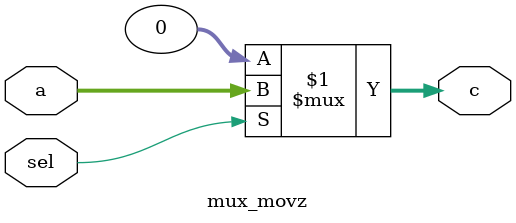
<source format=v>
`timescale 1ns / 1ps
module mux_movz(
    input [31:0] a,
    input sel,
    output [31:0] c
    );
	 assign c = (sel)? a:0;

endmodule

</source>
